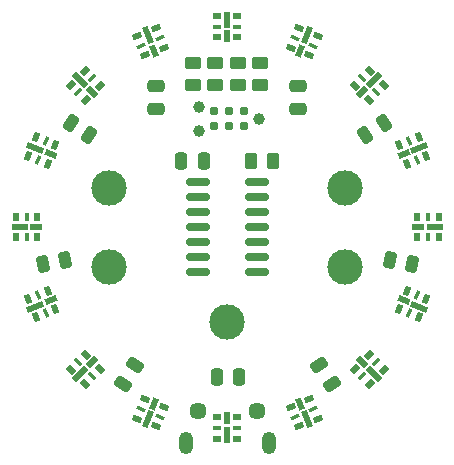
<source format=gts>
G04 #@! TF.GenerationSoftware,KiCad,Pcbnew,6.0.2+dfsg-1*
G04 #@! TF.CreationDate,2022-08-27T16:00:58-04:00*
G04 #@! TF.ProjectId,ornament,6f726e61-6d65-46e7-942e-6b696361645f,rev?*
G04 #@! TF.SameCoordinates,Original*
G04 #@! TF.FileFunction,Soldermask,Top*
G04 #@! TF.FilePolarity,Negative*
%FSLAX46Y46*%
G04 Gerber Fmt 4.6, Leading zero omitted, Abs format (unit mm)*
G04 Created by KiCad (PCBNEW 6.0.2+dfsg-1) date 2022-08-27 16:00:58*
%MOMM*%
%LPD*%
G01*
G04 APERTURE LIST*
G04 Aperture macros list*
%AMRoundRect*
0 Rectangle with rounded corners*
0 $1 Rounding radius*
0 $2 $3 $4 $5 $6 $7 $8 $9 X,Y pos of 4 corners*
0 Add a 4 corners polygon primitive as box body*
4,1,4,$2,$3,$4,$5,$6,$7,$8,$9,$2,$3,0*
0 Add four circle primitives for the rounded corners*
1,1,$1+$1,$2,$3*
1,1,$1+$1,$4,$5*
1,1,$1+$1,$6,$7*
1,1,$1+$1,$8,$9*
0 Add four rect primitives between the rounded corners*
20,1,$1+$1,$2,$3,$4,$5,0*
20,1,$1+$1,$4,$5,$6,$7,0*
20,1,$1+$1,$6,$7,$8,$9,0*
20,1,$1+$1,$8,$9,$2,$3,0*%
%AMRotRect*
0 Rectangle, with rotation*
0 The origin of the aperture is its center*
0 $1 length*
0 $2 width*
0 $3 Rotation angle, in degrees counterclockwise*
0 Add horizontal line*
21,1,$1,$2,0,0,$3*%
G04 Aperture macros list end*
%ADD10RoundRect,0.250000X-0.475000X0.250000X-0.475000X-0.250000X0.475000X-0.250000X0.475000X0.250000X0*%
%ADD11RoundRect,0.250000X-0.256467X0.471540X-0.533889X0.055563X0.256467X-0.471540X0.533889X-0.055563X0*%
%ADD12RoundRect,0.250000X0.152079X0.514778X-0.338228X0.416805X-0.152079X-0.514778X0.338228X-0.416805X0*%
%ADD13RoundRect,0.250000X0.471540X0.256467X0.055563X0.533889X-0.471540X-0.256467X-0.055563X-0.533889X0*%
%ADD14RoundRect,0.250000X-0.250000X-0.475000X0.250000X-0.475000X0.250000X0.475000X-0.250000X0.475000X0*%
%ADD15RotRect,1.000000X0.500000X247.500000*%
%ADD16RotRect,0.800000X0.500000X157.500000*%
%ADD17RotRect,0.800000X0.300000X157.500000*%
%ADD18RotRect,1.480000X0.500000X247.500000*%
%ADD19RotRect,0.800000X0.500000X135.000000*%
%ADD20RotRect,1.000000X0.500000X225.000000*%
%ADD21RotRect,0.800000X0.300000X135.000000*%
%ADD22RotRect,1.480000X0.500000X225.000000*%
%ADD23RotRect,0.800000X0.500000X112.500000*%
%ADD24RotRect,1.000000X0.500000X202.500000*%
%ADD25RotRect,0.800000X0.300000X112.500000*%
%ADD26RotRect,1.480000X0.500000X202.500000*%
%ADD27RotRect,0.800000X0.500000X22.500000*%
%ADD28RotRect,1.000000X0.500000X112.500000*%
%ADD29RotRect,0.800000X0.300000X22.500000*%
%ADD30RotRect,1.480000X0.500000X112.500000*%
%ADD31R,1.000000X0.500000*%
%ADD32R,0.500000X0.800000*%
%ADD33R,0.300000X0.800000*%
%ADD34R,1.480000X0.500000*%
%ADD35C,0.990600*%
%ADD36C,0.787400*%
%ADD37RoundRect,0.250000X-0.450000X0.262500X-0.450000X-0.262500X0.450000X-0.262500X0.450000X0.262500X0*%
%ADD38C,3.000000*%
%ADD39RoundRect,0.150000X-0.825000X-0.150000X0.825000X-0.150000X0.825000X0.150000X-0.825000X0.150000X0*%
%ADD40R,0.500000X1.000000*%
%ADD41R,0.800000X0.500000*%
%ADD42R,0.800000X0.300000*%
%ADD43R,0.500000X1.480000*%
%ADD44RotRect,1.000000X0.500000X45.000000*%
%ADD45RotRect,0.800000X0.500000X315.000000*%
%ADD46RotRect,0.800000X0.300000X315.000000*%
%ADD47RotRect,1.480000X0.500000X45.000000*%
%ADD48RotRect,0.800000X0.500000X45.000000*%
%ADD49RotRect,1.000000X0.500000X135.000000*%
%ADD50RotRect,0.800000X0.300000X45.000000*%
%ADD51RotRect,1.480000X0.500000X135.000000*%
%ADD52RotRect,0.800000X0.500000X337.500000*%
%ADD53RotRect,1.000000X0.500000X67.500000*%
%ADD54RotRect,0.800000X0.300000X337.500000*%
%ADD55RotRect,1.480000X0.500000X67.500000*%
%ADD56RotRect,0.800000X0.500000X67.500000*%
%ADD57RotRect,1.000000X0.500000X157.500000*%
%ADD58RotRect,0.800000X0.300000X67.500000*%
%ADD59RotRect,1.480000X0.500000X157.500000*%
%ADD60RotRect,1.000000X0.500000X22.500000*%
%ADD61RotRect,0.800000X0.500000X292.500000*%
%ADD62RotRect,0.800000X0.300000X292.500000*%
%ADD63RotRect,1.480000X0.500000X22.500000*%
%ADD64RotRect,1.000000X0.500000X292.500000*%
%ADD65RotRect,0.800000X0.500000X202.500000*%
%ADD66RotRect,0.800000X0.300000X202.500000*%
%ADD67RotRect,1.480000X0.500000X292.500000*%
%ADD68RotRect,1.000000X0.500000X315.000000*%
%ADD69RotRect,0.800000X0.500000X225.000000*%
%ADD70RotRect,0.800000X0.300000X225.000000*%
%ADD71RotRect,1.480000X0.500000X315.000000*%
%ADD72RotRect,0.800000X0.500000X247.500000*%
%ADD73RotRect,1.000000X0.500000X337.500000*%
%ADD74RotRect,0.800000X0.300000X247.500000*%
%ADD75RotRect,1.480000X0.500000X337.500000*%
%ADD76RoundRect,0.250000X-0.338228X-0.416805X0.152079X-0.514778X0.338228X0.416805X-0.152079X0.514778X0*%
%ADD77RoundRect,0.250000X-0.533889X-0.055563X-0.256467X-0.471540X0.533889X0.055563X0.256467X0.471540X0*%
%ADD78RoundRect,0.250000X0.262500X0.450000X-0.262500X0.450000X-0.262500X-0.450000X0.262500X-0.450000X0*%
%ADD79RoundRect,0.250000X0.055563X-0.533889X0.471540X-0.256467X-0.055563X0.533889X-0.471540X0.256467X0*%
%ADD80O,1.200000X1.900000*%
%ADD81C,1.450000*%
G04 APERTURE END LIST*
D10*
X156000000Y-88050000D03*
X156000000Y-89950000D03*
D11*
X142182668Y-111674411D03*
X141128464Y-113255123D03*
D12*
X136217257Y-102727366D03*
X134354089Y-103099664D03*
D13*
X138325589Y-92182668D03*
X136744877Y-91128464D03*
D10*
X144000000Y-88050000D03*
X144000000Y-89950000D03*
D14*
X146100000Y-94400000D03*
X148000000Y-94400000D03*
D15*
X156187991Y-85060868D03*
D16*
X156946501Y-85450820D03*
D17*
X157290916Y-84619329D03*
D16*
X157635331Y-83787837D03*
X156064735Y-83137276D03*
D17*
X155720320Y-83968767D03*
D18*
X156731401Y-83748959D03*
D16*
X155375905Y-84800259D03*
D19*
X161985460Y-89216622D03*
D20*
X161433916Y-88566084D03*
D21*
X162621856Y-88580226D03*
D19*
X163258252Y-87943830D03*
X162056170Y-86741748D03*
D21*
X161419774Y-87378144D03*
D19*
X160783378Y-88014540D03*
D22*
X162438008Y-87561992D03*
D23*
X165199741Y-94624095D03*
D24*
X164939132Y-93812009D03*
D25*
X166031233Y-94279680D03*
D23*
X166862724Y-93935265D03*
X166212163Y-92364669D03*
D25*
X165380671Y-92709084D03*
D26*
X166251041Y-93268599D03*
D23*
X164549180Y-93053499D03*
D27*
X155375905Y-115199741D03*
D28*
X156187991Y-114939132D03*
D29*
X155720320Y-116031233D03*
D27*
X156064735Y-116862724D03*
X157635331Y-116212163D03*
D29*
X157290916Y-115380671D03*
D27*
X156946501Y-114549180D03*
D30*
X156731401Y-116251041D03*
D31*
X133830000Y-100000000D03*
D32*
X133900000Y-99150000D03*
D33*
X133000000Y-99150000D03*
D32*
X132100000Y-99150000D03*
X132100000Y-100850000D03*
D33*
X133000000Y-100850000D03*
D34*
X132410000Y-100000000D03*
D32*
X133900000Y-100850000D03*
D35*
X147574000Y-89789000D03*
X147574000Y-91821000D03*
X152654000Y-90805000D03*
D36*
X151384000Y-90170000D03*
X151384000Y-91440000D03*
X150114000Y-90170000D03*
X150114000Y-91440000D03*
X148844000Y-90170000D03*
X148844000Y-91440000D03*
D37*
X150876000Y-86106000D03*
X150876000Y-87931000D03*
X152781000Y-86107900D03*
X152781000Y-87932900D03*
D38*
X160000000Y-96670000D03*
X150000000Y-108000000D03*
X140000000Y-103330000D03*
X140000000Y-96670000D03*
X160000000Y-103330000D03*
D39*
X147525000Y-96190000D03*
X147525000Y-97460000D03*
X147525000Y-98730000D03*
X147525000Y-100000000D03*
X147525000Y-101270000D03*
X147525000Y-102540000D03*
X147525000Y-103810000D03*
X152475000Y-103810000D03*
X152475000Y-102540000D03*
X152475000Y-101270000D03*
X152475000Y-100000000D03*
X152475000Y-98730000D03*
X152475000Y-97460000D03*
X152475000Y-96190000D03*
D40*
X150000000Y-83830000D03*
D41*
X150850000Y-83900000D03*
D42*
X150850000Y-83000000D03*
D41*
X150850000Y-82100000D03*
X149150000Y-82100000D03*
D42*
X149150000Y-83000000D03*
D41*
X149150000Y-83900000D03*
D43*
X150000000Y-82410000D03*
D44*
X138566084Y-111433916D03*
D45*
X138014540Y-110783378D03*
D46*
X137378144Y-111419774D03*
D45*
X136741748Y-112056170D03*
X137943830Y-113258252D03*
D46*
X138580226Y-112621856D03*
D45*
X139216622Y-111985460D03*
D47*
X137561992Y-112438008D03*
D48*
X160783378Y-111985460D03*
D49*
X161433916Y-111433916D03*
D50*
X161419774Y-112621856D03*
D48*
X162056170Y-113258252D03*
X163258252Y-112056170D03*
D50*
X162621856Y-111419774D03*
D51*
X162438008Y-112438008D03*
D48*
X161985460Y-110783378D03*
D52*
X143053499Y-114549180D03*
D53*
X143812009Y-114939132D03*
D54*
X142709084Y-115380671D03*
D52*
X142364669Y-116212163D03*
X143935265Y-116862724D03*
D54*
X144279680Y-116031233D03*
D55*
X143268599Y-116251041D03*
D52*
X144624095Y-115199741D03*
D56*
X164549180Y-106946501D03*
D57*
X164939132Y-106187991D03*
D58*
X165380671Y-107290916D03*
D56*
X166212163Y-107635331D03*
X166862724Y-106064735D03*
D58*
X166031233Y-105720320D03*
D56*
X165199741Y-105375905D03*
D59*
X166251041Y-106731401D03*
D32*
X166100000Y-100850000D03*
D31*
X166170000Y-100000000D03*
D33*
X167000000Y-100850000D03*
D32*
X167900000Y-100850000D03*
X167900000Y-99150000D03*
D33*
X167000000Y-99150000D03*
D34*
X167590000Y-100000000D03*
D32*
X166100000Y-99150000D03*
D37*
X147066000Y-86106000D03*
X147066000Y-87931000D03*
X148971000Y-86106000D03*
X148971000Y-87931000D03*
D60*
X135060868Y-106187991D03*
D61*
X134800259Y-105375905D03*
D62*
X133968767Y-105720320D03*
D61*
X133137276Y-106064735D03*
X133787837Y-107635331D03*
D62*
X134619329Y-107290916D03*
D63*
X133748959Y-106731401D03*
D61*
X135450820Y-106946501D03*
D64*
X143812009Y-85060868D03*
D65*
X144624095Y-84800259D03*
D66*
X144279680Y-83968767D03*
D65*
X143935265Y-83137276D03*
X142364669Y-83787837D03*
D66*
X142709084Y-84619329D03*
D67*
X143268599Y-83748959D03*
D65*
X143053499Y-85450820D03*
D40*
X150000000Y-116170000D03*
D41*
X149150000Y-116100000D03*
D42*
X149150000Y-117000000D03*
D41*
X149150000Y-117900000D03*
X150850000Y-117900000D03*
D42*
X150850000Y-117000000D03*
D41*
X150850000Y-116100000D03*
D43*
X150000000Y-117590000D03*
D68*
X138566084Y-88566084D03*
D69*
X139216622Y-88014540D03*
D70*
X138580226Y-87378144D03*
D69*
X137943830Y-86741748D03*
X136741748Y-87943830D03*
D70*
X137378144Y-88580226D03*
D69*
X138014540Y-89216622D03*
D71*
X137561992Y-87561992D03*
D72*
X135450820Y-93053499D03*
D73*
X135060868Y-93812009D03*
D74*
X134619329Y-92709084D03*
D72*
X133787837Y-92364669D03*
X133137276Y-93935265D03*
D74*
X133968767Y-94279680D03*
D75*
X133748959Y-93268599D03*
D72*
X134800259Y-94624095D03*
D76*
X163777635Y-102753043D03*
X165640803Y-103125341D03*
D77*
X157795564Y-111688955D03*
X158849768Y-113269667D03*
D78*
X153825000Y-94400000D03*
X152000000Y-94400000D03*
D14*
X149103000Y-112649000D03*
X151003000Y-112649000D03*
D79*
X161688955Y-92204436D03*
X163269667Y-91150232D03*
D80*
X153500000Y-118237500D03*
X146500000Y-118237500D03*
D81*
X152500000Y-115537500D03*
X147500000Y-115537500D03*
M02*

</source>
